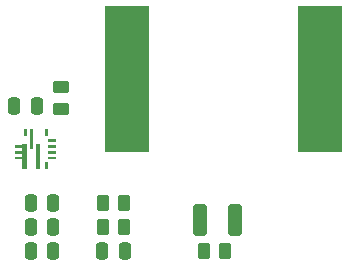
<source format=gbr>
%TF.GenerationSoftware,KiCad,Pcbnew,7.0.7*%
%TF.CreationDate,2023-08-27T13:56:46-07:00*%
%TF.ProjectId,DC-DC_converter,44432d44-435f-4636-9f6e-766572746572,rev?*%
%TF.SameCoordinates,Original*%
%TF.FileFunction,Paste,Top*%
%TF.FilePolarity,Positive*%
%FSLAX46Y46*%
G04 Gerber Fmt 4.6, Leading zero omitted, Abs format (unit mm)*
G04 Created by KiCad (PCBNEW 7.0.7) date 2023-08-27 13:56:46*
%MOMM*%
%LPD*%
G01*
G04 APERTURE LIST*
G04 Aperture macros list*
%AMRoundRect*
0 Rectangle with rounded corners*
0 $1 Rounding radius*
0 $2 $3 $4 $5 $6 $7 $8 $9 X,Y pos of 4 corners*
0 Add a 4 corners polygon primitive as box body*
4,1,4,$2,$3,$4,$5,$6,$7,$8,$9,$2,$3,0*
0 Add four circle primitives for the rounded corners*
1,1,$1+$1,$2,$3*
1,1,$1+$1,$4,$5*
1,1,$1+$1,$6,$7*
1,1,$1+$1,$8,$9*
0 Add four rect primitives between the rounded corners*
20,1,$1+$1,$2,$3,$4,$5,0*
20,1,$1+$1,$4,$5,$6,$7,0*
20,1,$1+$1,$6,$7,$8,$9,0*
20,1,$1+$1,$8,$9,$2,$3,0*%
G04 Aperture macros list end*
%ADD10R,0.600000X0.250000*%
%ADD11R,0.250000X0.600000*%
%ADD12R,0.250000X1.700000*%
%ADD13R,0.800000X0.250000*%
%ADD14R,0.400000X2.100000*%
%ADD15RoundRect,0.250000X-0.450000X0.262500X-0.450000X-0.262500X0.450000X-0.262500X0.450000X0.262500X0*%
%ADD16RoundRect,0.250000X-0.262500X-0.450000X0.262500X-0.450000X0.262500X0.450000X-0.262500X0.450000X0*%
%ADD17RoundRect,0.250000X0.262500X0.450000X-0.262500X0.450000X-0.262500X-0.450000X0.262500X-0.450000X0*%
%ADD18R,3.825000X12.350000*%
%ADD19R,3.825000X12.320000*%
%ADD20RoundRect,0.250000X0.325000X1.100000X-0.325000X1.100000X-0.325000X-1.100000X0.325000X-1.100000X0*%
%ADD21RoundRect,0.250000X-0.250000X-0.475000X0.250000X-0.475000X0.250000X0.475000X-0.250000X0.475000X0*%
%ADD22RoundRect,0.250000X0.250000X0.475000X-0.250000X0.475000X-0.250000X-0.475000X0.250000X-0.475000X0*%
G04 APERTURE END LIST*
%TO.C,U1*%
G36*
X55360000Y-80443000D02*
G01*
X54960000Y-80443000D01*
X54960000Y-78406000D01*
X54960000Y-78343000D01*
X55360000Y-78343000D01*
X55360000Y-80443000D01*
G37*
G36*
X54205000Y-77566000D02*
G01*
X54205000Y-77643000D01*
X53955000Y-77643000D01*
X53955000Y-77043000D01*
X54205000Y-77043000D01*
X54205000Y-77566000D01*
G37*
G36*
X56650000Y-79118000D02*
G01*
X56050000Y-79118000D01*
X56050000Y-78868000D01*
X56573000Y-78868000D01*
X56650000Y-78868000D01*
X56650000Y-79118000D01*
G37*
G36*
X54200000Y-80443000D02*
G01*
X53800000Y-80443000D01*
X53800000Y-80198000D01*
X53800000Y-79618000D01*
X53230000Y-79618000D01*
X53230000Y-79368000D01*
X53800000Y-79368000D01*
X53800000Y-79118000D01*
X53230000Y-79118000D01*
X53230000Y-78868000D01*
X53800000Y-78868000D01*
X53800000Y-78617000D01*
X53230000Y-78617000D01*
X53230000Y-78368000D01*
X53800000Y-78368000D01*
X53800000Y-78343000D01*
X54200000Y-78343000D01*
X54200000Y-80443000D01*
G37*
G36*
X56005000Y-80443000D02*
G01*
X55755000Y-80443000D01*
X55755000Y-79920000D01*
X55755000Y-79843000D01*
X56005000Y-79843000D01*
X56005000Y-80443000D01*
G37*
G36*
X56650000Y-78618000D02*
G01*
X56050000Y-78618000D01*
X56050000Y-78368000D01*
X56573000Y-78368000D01*
X56650000Y-78368000D01*
X56650000Y-78618000D01*
G37*
G36*
X54705000Y-78044000D02*
G01*
X54705000Y-78743000D01*
X54455000Y-78743000D01*
X54455000Y-77044000D01*
X54705000Y-77044000D01*
X54705000Y-78044000D01*
G37*
G36*
X56650000Y-78118000D02*
G01*
X56050000Y-78118000D01*
X56050000Y-77868000D01*
X56573000Y-77868000D01*
X56650000Y-77868000D01*
X56650000Y-78118000D01*
G37*
G36*
X56650000Y-79618000D02*
G01*
X56050000Y-79618000D01*
X56050000Y-79368000D01*
X56573000Y-79368000D01*
X56650000Y-79368000D01*
X56650000Y-79618000D01*
G37*
G36*
X56005000Y-77566000D02*
G01*
X56005000Y-77643000D01*
X55755000Y-77643000D01*
X55755000Y-77043000D01*
X56005000Y-77043000D01*
X56005000Y-77566000D01*
G37*
%TD*%
D10*
%TO.C,U1*%
X56350000Y-79493000D03*
X56350000Y-78993000D03*
X56350000Y-78493000D03*
X56350000Y-77993000D03*
D11*
X55880000Y-77343000D03*
D12*
X54580000Y-77893000D03*
D11*
X54080000Y-77343000D03*
D13*
X53630000Y-78493000D03*
D14*
X54000000Y-79393000D03*
D13*
X53630000Y-79493000D03*
X53630000Y-78993000D03*
D14*
X55160000Y-79393000D03*
D11*
X55880000Y-80143000D03*
%TD*%
D15*
%TO.C,Rpg1*%
X57150000Y-73509500D03*
X57150000Y-75334500D03*
%TD*%
D16*
%TO.C,Rff1*%
X69191500Y-87376000D03*
X71016500Y-87376000D03*
%TD*%
D17*
%TO.C,Rfbt1*%
X62484000Y-83312000D03*
X60659000Y-83312000D03*
%TD*%
D16*
%TO.C,Rfbb1*%
X60659000Y-85344000D03*
X62484000Y-85344000D03*
%TD*%
D18*
%TO.C,L1*%
X62688000Y-72821800D03*
D19*
X79044000Y-72821800D03*
%TD*%
D20*
%TO.C,Cout1*%
X71833000Y-84709000D03*
X68883000Y-84709000D03*
%TD*%
D21*
%TO.C,Cinx1*%
X54549000Y-85344000D03*
X56449000Y-85344000D03*
%TD*%
%TO.C,Cin2*%
X54549000Y-83312000D03*
X56449000Y-83312000D03*
%TD*%
%TO.C,Cin1*%
X54549000Y-87376000D03*
X56449000Y-87376000D03*
%TD*%
D22*
%TO.C,Cff1*%
X62521500Y-87376000D03*
X60621500Y-87376000D03*
%TD*%
D21*
%TO.C,Cboot1*%
X53152000Y-75057000D03*
X55052000Y-75057000D03*
%TD*%
M02*

</source>
